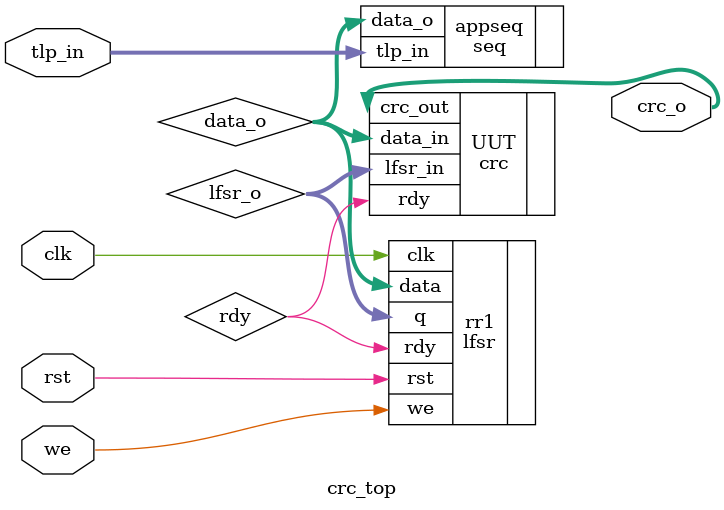
<source format=v>
`include "../crc2/crc.v"
`include "../lfsr/lfsr.v"
`include "../seq/seq.v"

module crc_top(input clk,
		input rst,
		input we,
		input [95:0] tlp_in,
		output [127:0] crc_o);

wire rdy;
wire [127:0] data_o;
wire [15:0] lfsr_o;

seq appseq(.tlp_in(tlp_in), .data_o(data_o));
lfsr #(16) rr1 (.clk(clk), .rst(rst), .we(we), .data(data_o), .q(lfsr_o), .rdy(rdy));
crc UUT(.rdy(rdy),.data_in(data_o),.lfsr_in(lfsr_o),.crc_out(crc_o));

endmodule
</source>
